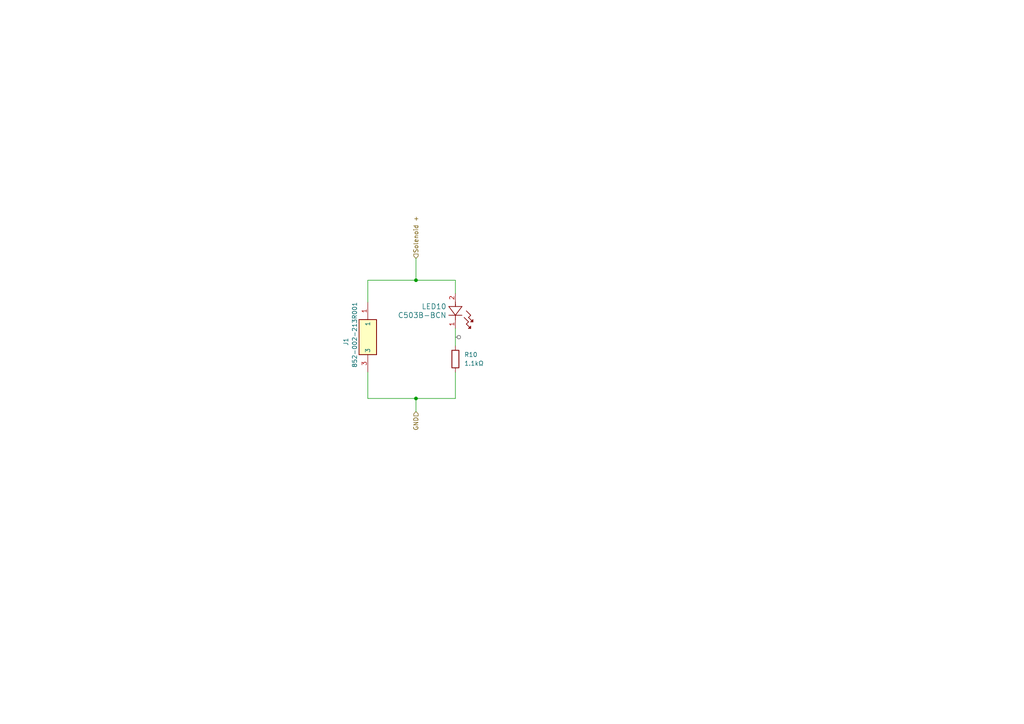
<source format=kicad_sch>
(kicad_sch (version 20230121) (generator eeschema)
  (paper "A4")
  (lib_symbols
    (symbol "852-002-213R001:852-002-213R001"
      (property "Reference" "J" (at 16.51 7.62 0))
      (property "Value" "852-002-213R001" (at 16.51 5.08 0))
      (symbol "852-002-213R001_1_1"
        (rectangle (start 5.08 2.54) (end 15.24 -2.54) (stroke (width 0.254)) (fill (type background)))
        (pin passive line (at 0 0 0) (length 5.08) (name "1") (number "1"))
        (pin passive line (at 20.32 0 180) (length 5.08) (name "3") (number "3"))
      )
    )
    (symbol "CreeLED Blue:C503B-BCN-CV0Z0461" (pin_names (offset 0.254))
      (property "Reference" "LED" (at 5.08 -4.445 0))
      (property "Value" "C503B-BCN" (at 5.08 -7.62 0))
      (symbol "C503B-BCN-CV0Z0461_1_1"
        (polyline (pts (xy 2.54 0) (xy 3.4798 0)) (stroke (width 0.2032)))
        (polyline (pts (xy 3.175 0) (xy 3.81 0)) (stroke (width 0.2032)))
        (polyline (pts (xy 3.81 -1.905) (xy 6.35 0)) (stroke (width 0.2032)))
        (polyline (pts (xy 3.81 1.905) (xy 3.81 -1.905)) (stroke (width 0.2032)))
        (polyline (pts (xy 5.08 3.175) (xy 6.35 4.445)) (stroke (width 0.2032)))
        (polyline (pts (xy 6.35 -1.905) (xy 6.35 1.905)) (stroke (width 0.2032)))
        (polyline (pts (xy 6.35 0) (xy 3.81 1.905)) (stroke (width 0.2032)))
        (polyline (pts (xy 6.35 0) (xy 7.62 0)) (stroke (width 0.2032)))
        (polyline (pts (xy 6.35 4.445) (xy 6.985 3.81)) (stroke (width 0.2032)))
        (polyline (pts (xy 6.985 2.54) (xy 8.255 3.81)) (stroke (width 0.2032)))
        (polyline (pts (xy 6.985 3.81) (xy 8.255 5.08)) (stroke (width 0.2032)))
        (polyline (pts (xy 7.62 5.08) (xy 8.255 4.445)) (stroke (width 0.2032)))
        (polyline (pts (xy 8.255 3.81) (xy 8.89 3.175)) (stroke (width 0.2032)))
        (polyline (pts (xy 8.255 4.445) (xy 8.255 5.08)) (stroke (width 0.2032)))
        (polyline (pts (xy 8.255 5.08) (xy 7.62 5.08)) (stroke (width 0.2032)))
        (polyline (pts (xy 8.89 3.175) (xy 10.16 4.445)) (stroke (width 0.2032)))
        (polyline (pts (xy 9.525 4.445) (xy 10.16 3.81)) (stroke (width 0.2032)))
        (polyline (pts (xy 10.16 3.81) (xy 10.16 4.445)) (stroke (width 0.2032)))
        (polyline (pts (xy 10.16 4.445) (xy 9.525 4.445)) (stroke (width 0.2032)))
        (pin unspecified line (at 10.16 0 180) (length 2.54) (name "") (number "1"))
        (pin unspecified line (at 0 0 0) (length 2.54) (name "") (number "2"))
      )
      (symbol "C503B-BCN-CV0Z0461_1_2"
        (polyline (pts (xy -5.08 7.62) (xy -4.445 8.255)) (stroke (width 0.2032)))
        (polyline (pts (xy -5.08 8.255) (xy -5.08 7.62)) (stroke (width 0.2032)))
        (polyline (pts (xy -4.445 6.35) (xy -3.81 6.985)) (stroke (width 0.2032)))
        (polyline (pts (xy -4.445 8.255) (xy -5.08 8.255)) (stroke (width 0.2032)))
        (polyline (pts (xy -4.445 9.525) (xy -3.81 10.16)) (stroke (width 0.2032)))
        (polyline (pts (xy -4.445 10.16) (xy -4.445 9.525)) (stroke (width 0.2032)))
        (polyline (pts (xy -3.81 6.985) (xy -5.08 8.255)) (stroke (width 0.2032)))
        (polyline (pts (xy -3.81 8.255) (xy -3.175 8.89)) (stroke (width 0.2032)))
        (polyline (pts (xy -3.81 10.16) (xy -4.445 10.16)) (stroke (width 0.2032)))
        (polyline (pts (xy -3.175 5.08) (xy -4.445 6.35)) (stroke (width 0.2032)))
        (polyline (pts (xy -3.175 8.89) (xy -4.445 10.16)) (stroke (width 0.2032)))
        (polyline (pts (xy -2.54 6.985) (xy -3.81 8.255)) (stroke (width 0.2032)))
        (polyline (pts (xy -1.905 3.81) (xy 1.905 3.81)) (stroke (width 0.2032)))
        (polyline (pts (xy 0 2.54) (xy 0 3.4798)) (stroke (width 0.2032)))
        (polyline (pts (xy 0 3.175) (xy 0 3.81)) (stroke (width 0.2032)))
        (polyline (pts (xy 0 6.35) (xy -1.905 3.81)) (stroke (width 0.2032)))
        (polyline (pts (xy 0 6.35) (xy 0 7.62)) (stroke (width 0.2032)))
        (polyline (pts (xy 1.905 3.81) (xy 0 6.35)) (stroke (width 0.2032)))
        (polyline (pts (xy 1.905 6.35) (xy -1.905 6.35)) (stroke (width 0.2032)))
        (pin unspecified line (at 0 10.16 270) (length 2.54) (name "") (number "1"))
        (pin unspecified line (at 0 0 90) (length 2.54) (name "") (number "2"))
      )
    )
    (symbol "Device:R" (pin_numbers hide) (pin_names (offset 0))
      (property "Reference" "R" (at 2.032 0 90))
      (property "Value" "R" (at 0 0 90))
      (symbol "R_0_1"
        (rectangle (start -1.016 -2.54) (end 1.016 2.54) (stroke (width 0.254)))
      )
      (symbol "R_1_1"
        (pin passive line (at 0 3.81 270) (length 1.27) (name "~") (number "1"))
        (pin passive line (at 0 -3.81 90) (length 1.27) (name "~") (number "2"))
      )
    )
  )
  (junction (at 120.65 115.57))
  (junction (at 120.65 81.28))
  (wire (pts (xy 120.65 115.57) (xy 120.65 119.38)))
  (wire (pts (xy 132.08 95.25) (xy 132.08 100.33)))
  (wire (pts (xy 106.68 107.95) (xy 106.68 115.57)))
  (wire (pts (xy 120.65 115.57) (xy 132.08 115.57)))
  (wire (pts (xy 120.65 81.28) (xy 132.08 81.28)))
  (wire (pts (xy 106.68 81.28) (xy 106.68 87.63)))
  (wire (pts (xy 106.68 115.57) (xy 120.65 115.57)))
  (wire (pts (xy 132.08 107.95) (xy 132.08 115.57)))
  (wire (pts (xy 132.08 85.09) (xy 132.08 81.28)))
  (wire (pts (xy 120.65 81.28) (xy 106.68 81.28)))
  (wire (pts (xy 120.65 74.93) (xy 120.65 81.28)))
  (hierarchical_label "Solenoid +" (shape input) (at 120.65 74.93 90))
  (hierarchical_label "GND" (shape input) (at 120.65 119.38 270))
  (netclass_flag "" (length 1) (shape round) (at 132.08 97.79 270) (property "Netclass" "power" (effects hide)))
  (symbol (lib_id "852-002-213R001:852-002-213R001") (at 106.68 87.63 90) (mirror x) (unit 1)
    (property "Reference" "J1" (at 100.33 100.33 0) (effects (justify right)))
    (property "Value" "852-002-213R001" (at 102.87 106.68 0) (effects (justify right)))
    (property "Footprint" "852-002-213R001:852-002-213R001" (effects hide))
    (property "Datasheet" "https://content.norcomp.net/rohspdfs/Circulars/M5/852-002-213R00Y.pdf" (effects hide))
    (property "Height" "9.5" (effects hide))
    (property "Mouser Part Number" "636-852-002-213R001" (effects hide))
    (property "Mouser Price/Stock" "https://www.mouser.co.uk/ProductDetail/NorComp/852-002-213R001?qs=4SZXFaw57sm53W%252BqR8f68g%3D%3D" (effects hide))
    (property "Manufacturer_Name" "NorComp" (effects hide))
    (property "Manufacturer_Part_Number" "852-002-213R001" (effects hide))
    (instances (project "Addressable_Coolant_Controller" (path "" (reference "J1") (unit 1)) (path "" (reference "J2") (unit 1)) (path "" (reference "J4") (unit 1)) (path "" (reference "J6") (unit 1)) (path "" (reference "J8") (unit 1)) (path "" (reference "J3") (unit 1)) (path "" (reference "J5") (unit 1)) (path "" (reference "J7") (unit 1))))
  )
  (symbol (lib_id "Device:R") (at 132.08 104.14 0) (unit 1)
    (property "Reference" "R10" (at 134.62 102.87 0) (effects (justify left)))
    (property "Value" "1.1kΩ" (at 134.62 105.41 0) (effects (justify left)))
    (property "Footprint" "Resistor:R_Axial_DIN0204_L3.6mm_D1.6mm_P5.08mm_Horizontal-JW" (effects hide))
    (instances (project "Addressable_Coolant_Controller" (path "" (reference "R10") (unit 1)) (path "" (reference "R20") (unit 1)) (path "" (reference "R40") (unit 1)) (path "" (reference "R60") (unit 1)) (path "" (reference "R80") (unit 1)) (path "" (reference "R30") (unit 1)) (path "" (reference "R50") (unit 1)) (path "" (reference "R70") (unit 1))))
  )
  (symbol (lib_id "CreeLED Blue:C503B-BCN-CV0Z0461") (at 132.08 85.09 270) (unit 1)
    (property "Reference" "LED10" (at 129.54 88.9 90) (effects (font (size 1.524 1.524)) (justify right)))
    (property "Value" "C503B-BCN" (at 129.54 91.44 90) (effects (font (size 1.524 1.524)) (justify right)))
    (property "Footprint" "C503B_BCN_CV0Z0461:C503B_BCN_CV0Z0461" (effects hide))
    (property "Datasheet" "C503B-BCN-CV0Z0461" (effects hide))
    (instances (project "Addressable_Coolant_Controller" (path "" (reference "LED10") (unit 1)) (path "" (reference "LED20") (unit 1)) (path "" (reference "LED40") (unit 1)) (path "" (reference "LED60") (unit 1)) (path "" (reference "LED80") (unit 1)) (path "" (reference "LED30") (unit 1)) (path "" (reference "LED50") (unit 1)) (path "" (reference "LED70") (unit 1))))
  )
)
</source>
